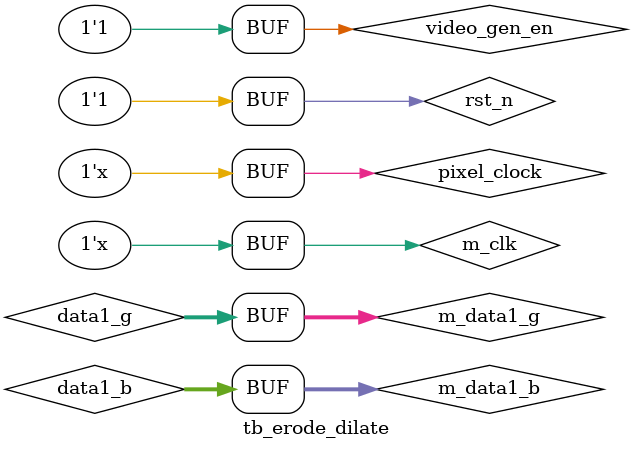
<source format=v>


`timescale 1ns / 1ps

module tb_erode_dilate();

//========================================================
//parameters
parameter BMP_VIDEO_FORMAT        = "WxH_xHz"; //video format
parameter BMP_PIXEL_CLK_FREQ      = 100.000;            //pixel clock frequency, unit: MHz
parameter BMP_PIXEL_CLK_PERIOD    = 1000.0/BMP_PIXEL_CLK_FREQ; //unit: ns
parameter BMP_WIDTH               = 800;
parameter BMP_HEIGHT              = 600;
parameter BMP_OPENED_NAME         = "erode_dilate_testbmp.bmp";
parameter BMP_REPEAT              = 1'b1;  //0:bmp increase  , 1:bmp repeat
parameter BMP_LINK                = 1'b0;  //0:µ¥ÏñËØ£»1:Ë«ÏñËØ
                                  
parameter BMP_OUTPUTED_WIDTH      = 800;
parameter BMP_OUTPUTED_HEIGHT     = 600;
parameter BMP_OUTPUTED_NAME       = "erode_dilate_000.bmp";
parameter BMP_OUTPUTED_NUMBER     = 16'd4;
GSR GSR (1'b1) ; 
//=======================================================
reg  pixel_clock;

reg  rst_n;
reg  video_gen_en;

//------------
//dirver
wire       vsync; 
wire       hsync; 
wire       data_valid; 
wire [7:0] data0_r; 
wire [7:0] data0_g;
wire [7:0] data0_b;
wire [7:0] data1_r ; 
wire [7:0] data1_g ;
wire [7:0] data1_b ;

//-----------------
//monitor rgb input
wire        m_clk;
wire        m_vs_rgb;  
wire        m_hs_rgb;  
wire        m_de_rgb;  
wire [7:0]  m_data0_r;
wire [7:0]  m_data0_g;
wire [7:0]  m_data0_b;
wire [7:0]  m_data1_r;
wire [7:0]  m_data1_g;
wire [7:0]  m_data1_b;
wire [9:0] sobel_data;
wire [15:0] out_Data;
wire [23:0] o_data;
//=====================================================
//clk
initial
  begin
    pixel_clock = 1'b0;
  end

always  #(BMP_PIXEL_CLK_PERIOD/2.0) pixel_clock = ~pixel_clock;

//=====================================================
//rst_n
initial
  begin
    rst_n=1'b0;
    
    #2000;
    rst_n=1'b1;
end

initial
  begin
    video_gen_en=1'b0;
    
    #5000;
    video_gen_en=1'b1;
end

//==================================================
//video driver
driver #
(
    .BMP_VIDEO_FORMAT    (BMP_VIDEO_FORMAT     ),
    .BMP_PIXEL_CLK_FREQ  (BMP_PIXEL_CLK_FREQ   ),
    .BMP_WIDTH           (BMP_WIDTH            ),
    .BMP_HEIGHT          (BMP_HEIGHT           ),
    .BMP_OPENED_NAME     (BMP_OPENED_NAME      )
)
driver_inst
(
    .link_i      (BMP_LINK    ), //0,µ¥ÏñËØ£»1£¬Ë«ÏñËØ
    .repeat_en   (BMP_REPEAT  ),
    .video_gen_en(video_gen_en),
    .pixel_clock (pixel_clock ),
    .vsync       (vsync       ), 
    .hsync       (hsync       ), 
    .data_valid  (data_valid  ),
    .data0_r     (data0_r     ), 
    .data0_g     (data0_g     ),
    .data0_b     (data0_b     ), 
    .data1_r     (data1_r     ), 
    .data1_g     (data1_g     ),
    .data1_b     (data1_b     )
);
//---------------------------------
/*sobel_t sobel0(
    .hsi(hsync),
    .vsi(vsync),
    .iCLK(pixel_clock),
    .iRST_N(rst_n),
    .iTHRESHOLD(8'd7),
    .iDVAL(data_valid),
    .iDATA({2'b0,data0_g}),
    .oDVAL(),
    .oDATA(sobel_data),
    .hso(m_hs_rgb),
    .vso(m_vs_rgb)
);*/
wire post_imgbit0;
erode_dilate erode_dilate_u0(
    .clk(pixel_clock),.rst_n(rst_n),
    .pre_vs(vsync),.pre_hs(hsync),.pre_clken(data_valid),.pre_imgbit(data0_r>0&&data0_g>0),
    .pre_imgdata(),
    .post_hs(m_hs_rgb),.post_vs(m_vs_rgb),.post_clken(m_de_rgb),
    .post_imgbit(post_imgbit0),
    .post_imgdata()
);

//==========================================================
//monitor
assign m_clk        = pixel_clock   ;
//assign m_vs_rgb     = vsync         ;
//assign m_hs_rgb     = hsync         ;
//assign m_de_rgb     = data_valid    ;
assign m_data0_r    = (post_imgbit0)?8'b11111111:8'b0;
assign m_data0_g    = (post_imgbit0)?8'b11111111:8'b0;
assign m_data0_b    = (post_imgbit0)?8'b11111111:8'b0;
//assign m_data0_r    = o_data[23:16];
//assign m_data0_g    = o_data[15:8];
//assign m_data0_b    = o_data[7:0];
assign m_data1_r    = data1_r       ;
assign m_data1_g    = data1_g       ;
assign m_data1_b    = data1_b       ;
monitor #
(
    .BMP_OUTPUTED_WIDTH  (BMP_OUTPUTED_WIDTH ),
    .BMP_OUTPUTED_HEIGHT (BMP_OUTPUTED_HEIGHT),
    .BMP_OUTPUTED_NAME   (BMP_OUTPUTED_NAME  ),
    .BMP_OUTPUTED_NUMBER (BMP_OUTPUTED_NUMBER)
)
monitor_inst
(
    .link_i       (BMP_LINK          ), //0,µ¥ÏñËØ£»1£¬Ë«ÏñËØ
    .video2bmp_en (rst_n             ),
    .pixel_clock  (m_clk             ), 
    .vsync        (m_vs_rgb          ),        
    .hsync        (m_hs_rgb          ),        
    .data_valid   (m_de_rgb          ), 
    .data0_r      (m_data0_r         ),    
    .data0_g      (m_data0_g         ),
    .data0_b      (m_data0_b         ),
    .data1_r      (m_data1_r         ),    
    .data1_g      (m_data1_g         ),
    .data1_b      (m_data1_b         )
);
          
endmodule

</source>
